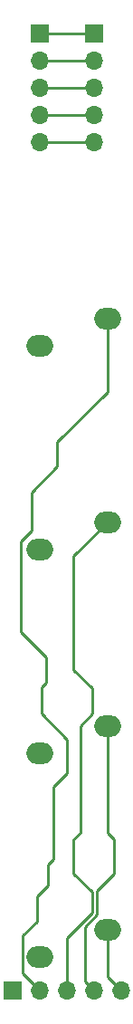
<source format=gtl>
%TF.GenerationSoftware,KiCad,Pcbnew,(6.0.4-0)*%
%TF.CreationDate,2022-03-28T13:48:44+08:00*%
%TF.ProjectId,Phalanx,5068616c-616e-4782-9e6b-696361645f70,rev?*%
%TF.SameCoordinates,Original*%
%TF.FileFunction,Copper,L1,Top*%
%TF.FilePolarity,Positive*%
%FSLAX46Y46*%
G04 Gerber Fmt 4.6, Leading zero omitted, Abs format (unit mm)*
G04 Created by KiCad (PCBNEW (6.0.4-0)) date 2022-03-28 13:48:44*
%MOMM*%
%LPD*%
G01*
G04 APERTURE LIST*
%TA.AperFunction,ComponentPad*%
%ADD10R,1.700000X1.700000*%
%TD*%
%TA.AperFunction,ComponentPad*%
%ADD11O,1.700000X1.700000*%
%TD*%
%TA.AperFunction,ComponentPad*%
%ADD12O,2.500000X2.000000*%
%TD*%
%TA.AperFunction,Conductor*%
%ADD13C,0.250000*%
%TD*%
G04 APERTURE END LIST*
D10*
%TO.P,J1,1,Pin_1*%
%TO.N,Col1*%
X104140000Y-54610000D03*
D11*
%TO.P,J1,2,Pin_2*%
%TO.N,Row1*%
X104140000Y-57150000D03*
%TO.P,J1,3,Pin_3*%
%TO.N,Row2*%
X104140000Y-59690000D03*
%TO.P,J1,4,Pin_4*%
%TO.N,Row3*%
X104140000Y-62230000D03*
%TO.P,J1,5,Pin_5*%
%TO.N,Row4*%
X104140000Y-64770000D03*
%TD*%
D12*
%TO.P,SW3,1,1*%
%TO.N,Col1*%
X99060000Y-121920000D03*
%TO.P,SW3,2,2*%
%TO.N,Row3*%
X105410000Y-119380000D03*
%TD*%
%TO.P,SW4,1,1*%
%TO.N,Col1*%
X99060000Y-140970000D03*
%TO.P,SW4,2,2*%
%TO.N,Row4*%
X105410000Y-138430000D03*
%TD*%
%TO.P,SW2,1,1*%
%TO.N,Col1*%
X99060000Y-102870000D03*
%TO.P,SW2,2,2*%
%TO.N,Row2*%
X105410000Y-100330000D03*
%TD*%
D10*
%TO.P,J2,1,Pin_1*%
%TO.N,Col1*%
X99060000Y-54610000D03*
D11*
%TO.P,J2,2,Pin_2*%
%TO.N,Row1*%
X99060000Y-57150000D03*
%TO.P,J2,3,Pin_3*%
%TO.N,Row2*%
X99060000Y-59690000D03*
%TO.P,J2,4,Pin_4*%
%TO.N,Row3*%
X99060000Y-62230000D03*
%TO.P,J2,5,Pin_5*%
%TO.N,Row4*%
X99060000Y-64770000D03*
%TD*%
D10*
%TO.P,J3,1,Pin_1*%
%TO.N,Col1*%
X96520000Y-144145000D03*
D11*
%TO.P,J3,2,Pin_2*%
%TO.N,Row1*%
X99060000Y-144145000D03*
%TO.P,J3,3,Pin_3*%
%TO.N,Row2*%
X101600000Y-144145000D03*
%TO.P,J3,4,Pin_4*%
%TO.N,Row3*%
X104140000Y-144145000D03*
%TO.P,J3,5,Pin_5*%
%TO.N,Row4*%
X106680000Y-144145000D03*
%TD*%
D12*
%TO.P,SW1,1,1*%
%TO.N,Col1*%
X99060000Y-83820000D03*
%TO.P,SW1,2,2*%
%TO.N,Row1*%
X105410000Y-81280000D03*
%TD*%
D13*
%TO.N,Row1*%
X100711000Y-95123000D02*
X98298000Y-97536000D01*
X105410000Y-88138000D02*
X100711000Y-92837000D01*
X99822000Y-134309919D02*
X98806000Y-135325919D01*
X101600000Y-120650000D02*
X101600000Y-123825000D01*
X105410000Y-81280000D02*
X105410000Y-88138000D01*
X97485480Y-142570480D02*
X99060000Y-144145000D01*
X98806000Y-135325919D02*
X98806000Y-137668000D01*
X99225479Y-115785521D02*
X99225479Y-118275479D01*
X98298000Y-101092000D02*
X97282000Y-102108000D01*
X97282000Y-110617000D02*
X99664521Y-112999521D01*
X100330000Y-125095000D02*
X100330000Y-131826000D01*
X98806000Y-137668000D02*
X97485480Y-138988520D01*
X99225479Y-118275479D02*
X101600000Y-120650000D01*
X98298000Y-97536000D02*
X98298000Y-101092000D01*
X99664521Y-115346479D02*
X99225479Y-115785521D01*
X100330000Y-131826000D02*
X99822000Y-132334000D01*
X100711000Y-92837000D02*
X100711000Y-95123000D01*
X97485480Y-138988520D02*
X97485480Y-142570480D01*
X101600000Y-123825000D02*
X100330000Y-125095000D01*
X99664521Y-112999521D02*
X99664521Y-115346479D01*
X99822000Y-132334000D02*
X99822000Y-134309919D01*
X104140000Y-57150000D02*
X99060000Y-57150000D01*
X97282000Y-102108000D02*
X97282000Y-110617000D01*
%TO.N,Col1*%
X99060000Y-54610000D02*
X104140000Y-54610000D01*
%TO.N,Row2*%
X103974521Y-136873560D02*
X101600000Y-139248081D01*
X101600000Y-139248081D02*
X101600000Y-144145000D01*
X103974521Y-134906440D02*
X103974521Y-136873560D01*
X99060000Y-59690000D02*
X104140000Y-59690000D01*
X102870000Y-119380000D02*
X102870000Y-129429026D01*
X103974521Y-118275479D02*
X102870000Y-119380000D01*
X102265479Y-114147398D02*
X103974521Y-115856440D01*
X105410000Y-100330000D02*
X102265479Y-103474521D01*
X102265479Y-130033547D02*
X102265479Y-133197398D01*
X102265479Y-133197398D02*
X103974521Y-134906440D01*
X102870000Y-129429026D02*
X102265479Y-130033547D01*
X102265479Y-103474521D02*
X102265479Y-114147398D01*
X103974521Y-115856440D02*
X103974521Y-118275479D01*
%TO.N,Row3*%
X105410000Y-119380000D02*
X105410000Y-129429026D01*
X105410000Y-129429026D02*
X106014521Y-130033547D01*
X104424031Y-134843969D02*
X104424031Y-137059754D01*
X106014521Y-130033547D02*
X106014521Y-133253479D01*
X103290000Y-138193785D02*
X103290000Y-143295000D01*
X103290000Y-143295000D02*
X104140000Y-144145000D01*
X104424031Y-137059754D02*
X103290000Y-138193785D01*
X106014521Y-133253479D02*
X104424031Y-134843969D01*
X104140000Y-62230000D02*
X99060000Y-62230000D01*
%TO.N,Row4*%
X105410000Y-142875000D02*
X106680000Y-144145000D01*
X99060000Y-64770000D02*
X104140000Y-64770000D01*
X105410000Y-138430000D02*
X105410000Y-142875000D01*
%TD*%
M02*

</source>
